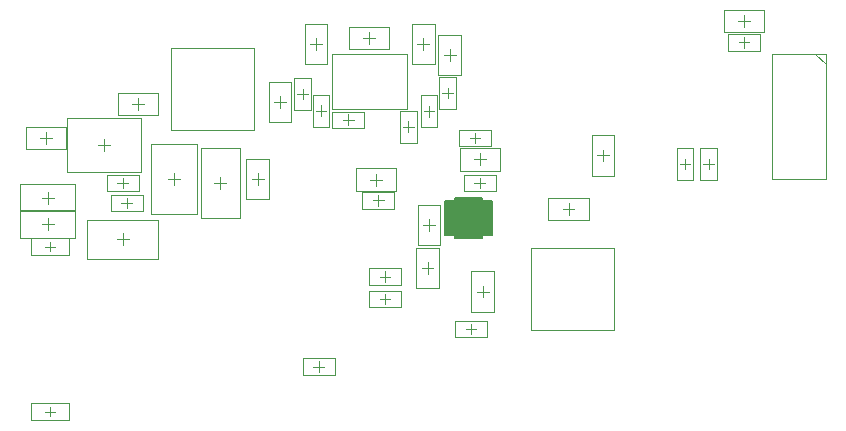
<source format=gbr>
%TF.GenerationSoftware,Altium Limited,Altium Designer,19.0.15 (446)*%
G04 Layer_Color=32768*
%FSLAX25Y25*%
%MOIN*%
%TF.FileFunction,Other,Mechanical_15*%
%TF.Part,Single*%
G01*
G75*
%TA.AperFunction,NonConductor*%
%ADD73C,0.00394*%
%ADD75C,0.00600*%
%ADD103C,0.00197*%
G36*
X145912Y76458D02*
X142484D01*
Y87771D01*
X145912D01*
Y88814D01*
X154812D01*
Y87771D01*
X158240D01*
Y76458D01*
X154812D01*
Y75414D01*
X145912D01*
Y76458D01*
D02*
G37*
D73*
X98586Y32500D02*
X102130D01*
X100358Y30728D02*
Y34272D01*
X195161Y100907D02*
Y104844D01*
X193193Y102875D02*
X197130D01*
X8032Y88817D02*
X11969D01*
X10000Y86849D02*
Y90786D01*
X8032Y80000D02*
X11969D01*
X10000Y78031D02*
Y81968D01*
X171221Y72129D02*
X198779D01*
X171221Y44570D02*
Y72129D01*
Y44570D02*
X198779D01*
Y72129D01*
X136642Y63422D02*
Y67359D01*
X134673Y65390D02*
X138610D01*
X118488Y87890D02*
X122031D01*
X120260Y86119D02*
Y89662D01*
X117504Y94817D02*
X121441D01*
X119472Y92849D02*
Y96786D01*
X108488Y114752D02*
X112031D01*
X110260Y112980D02*
Y116524D01*
X130270Y110728D02*
Y114272D01*
X128498Y112500D02*
X132041D01*
X265954Y136555D02*
X269300Y133209D01*
X251300Y136555D02*
X269300D01*
X251300Y95055D02*
Y136555D01*
Y95055D02*
X269300D01*
Y136555D01*
X183642Y83031D02*
Y86968D01*
X181673Y85000D02*
X185610D01*
X52205Y93032D02*
Y96969D01*
X50236Y95000D02*
X54173D01*
X28839Y104311D02*
Y108248D01*
X26870Y106280D02*
X30807D01*
X101185Y116024D02*
Y119567D01*
X99413Y117795D02*
X102957D01*
X137102Y115807D02*
Y119350D01*
X135331Y117579D02*
X138874D01*
X95000Y121551D02*
Y125094D01*
X93228Y123323D02*
X96772D01*
X143370Y121929D02*
Y125472D01*
X141598Y123701D02*
X145142D01*
X99402Y138031D02*
Y141969D01*
X97433Y140000D02*
X101370D01*
X135260Y138031D02*
Y141969D01*
X133291Y140000D02*
X137228D01*
X87500Y118642D02*
Y122579D01*
X85532Y120610D02*
X89468D01*
X144000Y134390D02*
Y138327D01*
X142032Y136358D02*
X145968D01*
X115287Y142008D02*
X119224D01*
X117256Y140039D02*
Y143976D01*
X222500Y98228D02*
Y101772D01*
X220728Y100000D02*
X224272D01*
X230374Y98228D02*
Y101772D01*
X228602Y100000D02*
X232146D01*
X240354Y140551D02*
X243898D01*
X242126Y138779D02*
Y142323D01*
X240158Y147638D02*
X244094D01*
X242126Y145669D02*
Y149606D01*
X149374Y45000D02*
X152917D01*
X151146Y43228D02*
Y46772D01*
X9173Y17500D02*
X12323D01*
X10748Y15925D02*
Y19075D01*
X152228Y93685D02*
X155772D01*
X154000Y91913D02*
Y95457D01*
X150728Y108642D02*
X154272D01*
X152500Y106870D02*
Y110413D01*
X152032Y101559D02*
X155968D01*
X154000Y99590D02*
Y103527D01*
X155000Y55532D02*
Y59469D01*
X153032Y57500D02*
X156968D01*
X137134Y77720D02*
Y81657D01*
X135165Y79689D02*
X139102D01*
X51181Y111221D02*
X78740D01*
X51181D02*
Y138779D01*
X78740D01*
Y111221D02*
Y138779D01*
X67500Y91716D02*
Y95653D01*
X65531Y93685D02*
X69468D01*
X33031Y75000D02*
X36968D01*
X35000Y73032D02*
Y76968D01*
X122500Y53228D02*
Y56772D01*
X120728Y55000D02*
X124272D01*
X36358Y85256D02*
Y88799D01*
X34587Y87028D02*
X38130D01*
X122500Y60728D02*
Y64272D01*
X120728Y62500D02*
X124272D01*
X35000Y91913D02*
Y95457D01*
X33228Y93685D02*
X36772D01*
X9173Y72500D02*
X12323D01*
X10748Y70925D02*
Y74075D01*
X9528Y106673D02*
Y110610D01*
X7559Y108642D02*
X11496D01*
X40000Y118032D02*
Y121968D01*
X38032Y120000D02*
X41969D01*
X78031Y95000D02*
X81968D01*
X80000Y93032D02*
Y96969D01*
D75*
X142484Y76458D02*
Y87771D01*
X145912D01*
Y88814D01*
X154812D01*
Y87771D02*
Y88814D01*
Y87771D02*
X158240D01*
Y76458D02*
Y87771D01*
X154812Y76458D02*
X158240D01*
X154812Y75414D02*
Y76458D01*
X145912Y75414D02*
X154812D01*
X145912D02*
Y76458D01*
X142484D02*
X145912D01*
D103*
X95043Y29744D02*
Y35256D01*
X105673Y29744D02*
Y35256D01*
X95043D02*
X105673D01*
X95043Y29744D02*
X105673D01*
X191421Y96183D02*
X198901D01*
X191421Y109568D02*
X198901D01*
X191421Y96183D02*
Y109568D01*
X198901Y96183D02*
Y109568D01*
X19055Y84290D02*
Y93345D01*
X945Y84290D02*
Y93345D01*
Y84290D02*
X19055D01*
X945Y93345D02*
X19055D01*
Y75472D02*
Y84528D01*
X945Y75472D02*
Y84528D01*
Y75472D02*
X19055D01*
X945Y84528D02*
X19055D01*
X132902Y72083D02*
X140382D01*
X132902Y58697D02*
X140382D01*
Y72083D01*
X132902Y58697D02*
Y72083D01*
X125575Y85134D02*
Y90646D01*
X114945Y85134D02*
Y90646D01*
Y85134D02*
X125575D01*
X114945Y90646D02*
X125575D01*
X112779Y91077D02*
Y98557D01*
X126165Y91077D02*
Y98557D01*
X112779D02*
X126165D01*
X112779Y91077D02*
X126165D01*
X104945Y111996D02*
Y117508D01*
X115575Y111996D02*
Y117508D01*
X104945D02*
X115575D01*
X104945Y111996D02*
X115575D01*
X127514Y107185D02*
X133026D01*
X127514Y117815D02*
X133026D01*
X127514Y107185D02*
Y117815D01*
X133026Y107185D02*
Y117815D01*
X176949Y81260D02*
X190335D01*
X176949Y88740D02*
X190335D01*
Y81260D02*
Y88740D01*
X176949Y81260D02*
Y88740D01*
X44528Y83386D02*
X59882D01*
X44528Y106614D02*
X59882D01*
X44528Y83386D02*
Y106614D01*
X59882Y83386D02*
Y106614D01*
X16535Y97224D02*
X41142D01*
X16535Y115335D02*
X41142D01*
Y97224D02*
Y115335D01*
X16535Y97224D02*
Y115335D01*
X98429Y123110D02*
X103941D01*
X98429Y112480D02*
X103941D01*
Y123110D01*
X98429Y112480D02*
Y123110D01*
X134346Y122894D02*
X139858D01*
X134346Y112264D02*
X139858D01*
Y122894D01*
X134346Y112264D02*
Y122894D01*
X129756Y118366D02*
Y136634D01*
X104756D02*
X129756D01*
X104756Y118366D02*
Y136634D01*
Y118366D02*
X129756D01*
X92244Y128638D02*
X97756D01*
X92244Y118008D02*
X97756D01*
Y128638D01*
X92244Y118008D02*
Y128638D01*
X140614Y129016D02*
X146126D01*
X140614Y118386D02*
X146126D01*
Y129016D01*
X140614Y118386D02*
Y129016D01*
X95661Y146693D02*
X103142D01*
X95661Y133307D02*
X103142D01*
Y146693D01*
X95661Y133307D02*
Y146693D01*
X131520Y133307D02*
X139000D01*
X131520Y146693D02*
X139000D01*
X131520Y133307D02*
Y146693D01*
X139000Y133307D02*
Y146693D01*
X83760Y127303D02*
X91240D01*
X83760Y113917D02*
X91240D01*
Y127303D01*
X83760Y113917D02*
Y127303D01*
X140260Y129665D02*
X147740D01*
X140260Y143051D02*
X147740D01*
X140260Y129665D02*
Y143051D01*
X147740Y129665D02*
Y143051D01*
X123949Y138268D02*
Y145748D01*
X110563Y138268D02*
Y145748D01*
Y138268D02*
X123949D01*
X110563Y145748D02*
X123949D01*
X219744Y105315D02*
X225256D01*
X219744Y94685D02*
X225256D01*
Y105315D01*
X219744Y94685D02*
Y105315D01*
X227618Y94685D02*
X233130D01*
X227618Y105315D02*
X233130D01*
X227618Y94685D02*
Y105315D01*
X233130Y94685D02*
Y105315D01*
X247441Y137795D02*
Y143307D01*
X236811Y137795D02*
Y143307D01*
Y137795D02*
X247441D01*
X236811Y143307D02*
X247441D01*
X235433Y143898D02*
Y151378D01*
X248819Y143898D02*
Y151378D01*
X235433D02*
X248819D01*
X235433Y143898D02*
X248819D01*
X156461Y42244D02*
Y47756D01*
X145831Y42244D02*
Y47756D01*
Y42244D02*
X156461D01*
X145831Y47756D02*
X156461D01*
X17047Y14547D02*
Y20453D01*
X4449Y14547D02*
Y20453D01*
Y14547D02*
X17047D01*
X4449Y20453D02*
X17047D01*
X159315Y90929D02*
Y96441D01*
X148685Y90929D02*
Y96441D01*
Y90929D02*
X159315D01*
X148685Y96441D02*
X159315D01*
X147185Y105886D02*
Y111398D01*
X157815Y105886D02*
Y111398D01*
X147185D02*
X157815D01*
X147185Y105886D02*
X157815D01*
X147307Y97819D02*
Y105299D01*
X160693Y97819D02*
Y105299D01*
X147307D02*
X160693D01*
X147307Y97819D02*
X160693D01*
X151260Y50807D02*
X158740D01*
X151260Y64193D02*
X158740D01*
X151260Y50807D02*
Y64193D01*
X158740Y50807D02*
Y64193D01*
X133394Y72996D02*
X140874D01*
X133394Y86382D02*
X140874D01*
X133394Y72996D02*
Y86382D01*
X140874Y72996D02*
Y86382D01*
X61004Y81874D02*
X73996D01*
X61004Y105496D02*
X73996D01*
X61004Y81874D02*
Y105496D01*
X73996Y81874D02*
Y105496D01*
X46811Y68504D02*
Y81496D01*
X23189Y68504D02*
Y81496D01*
Y68504D02*
X46811D01*
X23189Y81496D02*
X46811D01*
X117185Y57756D02*
X127815D01*
X117185Y52244D02*
X127815D01*
X117185D02*
Y57756D01*
X127815Y52244D02*
Y57756D01*
X31043Y84272D02*
X41673D01*
X31043Y89784D02*
X41673D01*
Y84272D02*
Y89784D01*
X31043Y84272D02*
Y89784D01*
X117185Y59744D02*
X127815D01*
X117185Y65256D02*
X127815D01*
Y59744D02*
Y65256D01*
X117185Y59744D02*
Y65256D01*
X29685Y90929D02*
X40315D01*
X29685Y96441D02*
X40315D01*
Y90929D02*
Y96441D01*
X29685Y90929D02*
Y96441D01*
X17047Y69547D02*
Y75453D01*
X4449Y69547D02*
Y75453D01*
Y69547D02*
X17047D01*
X4449Y75453D02*
X17047D01*
X2835Y112382D02*
X16220D01*
X2835Y104902D02*
X16220D01*
X2835D02*
Y112382D01*
X16220Y104902D02*
Y112382D01*
X33307Y123740D02*
X46693D01*
X33307Y116260D02*
X46693D01*
X33307D02*
Y123740D01*
X46693Y116260D02*
Y123740D01*
X83740Y88307D02*
Y101693D01*
X76260Y88307D02*
Y101693D01*
X83740D01*
X76260Y88307D02*
X83740D01*
%TF.MD5,a69a62a1690a0b8fc02de6b1b31f5c8b*%
M02*

</source>
